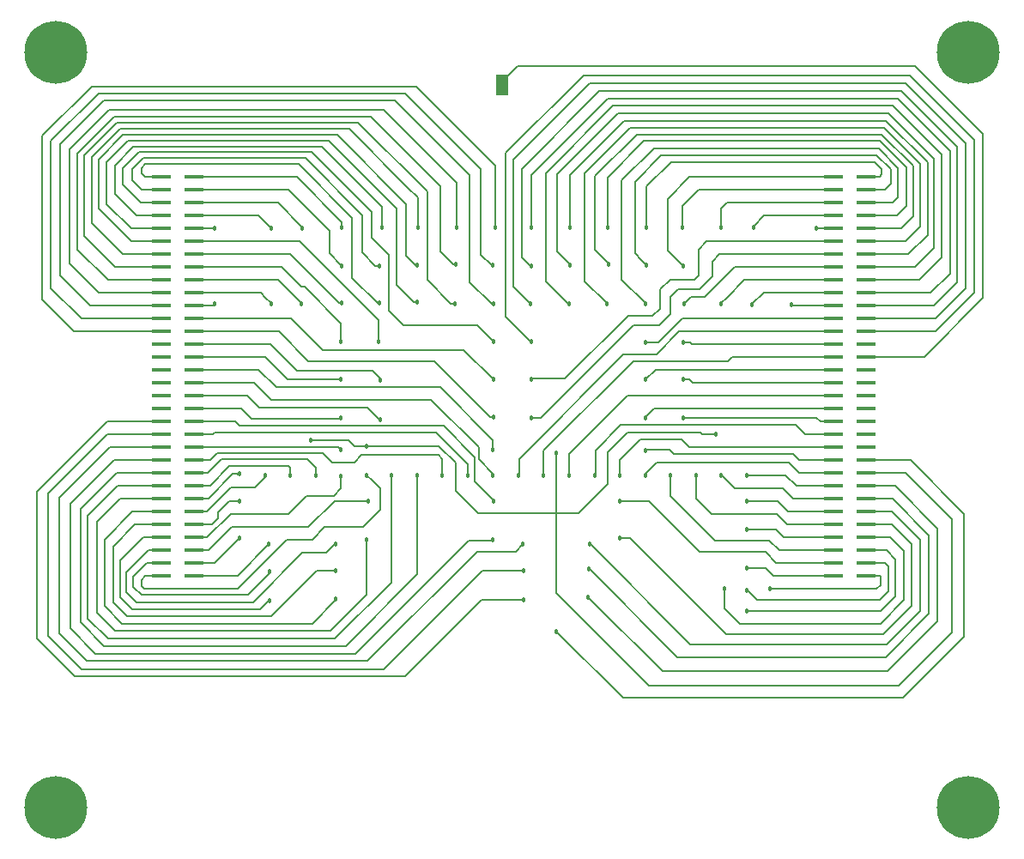
<source format=gbr>
G04 #@! TF.GenerationSoftware,KiCad,Pcbnew,5.1.9-73d0e3b20d~88~ubuntu20.04.1*
G04 #@! TF.CreationDate,2021-03-12T10:58:17-08:00*
G04 #@! TF.ProjectId,PD_ElectrodeBoard_v6,50445f45-6c65-4637-9472-6f6465426f61,4.1*
G04 #@! TF.SameCoordinates,Original*
G04 #@! TF.FileFunction,Copper,L2,Bot*
G04 #@! TF.FilePolarity,Positive*
%FSLAX46Y46*%
G04 Gerber Fmt 4.6, Leading zero omitted, Abs format (unit mm)*
G04 Created by KiCad (PCBNEW 5.1.9-73d0e3b20d~88~ubuntu20.04.1) date 2021-03-12 10:58:17*
%MOMM*%
%LPD*%
G01*
G04 APERTURE LIST*
G04 #@! TA.AperFunction,SMDPad,CuDef*
%ADD10R,1.200000X2.000000*%
G04 #@! TD*
G04 #@! TA.AperFunction,SMDPad,CuDef*
%ADD11R,1.854200X0.457200*%
G04 #@! TD*
G04 #@! TA.AperFunction,ComponentPad*
%ADD12C,6.200000*%
G04 #@! TD*
G04 #@! TA.AperFunction,ViaPad*
%ADD13C,0.457200*%
G04 #@! TD*
G04 #@! TA.AperFunction,Conductor*
%ADD14C,0.150000*%
G04 #@! TD*
G04 APERTURE END LIST*
D10*
X199000000Y-58250000D03*
D11*
X234887500Y-67315000D03*
X231712500Y-67315000D03*
X234887500Y-68585000D03*
X231712500Y-68585000D03*
X234887500Y-69855000D03*
X231712500Y-69855000D03*
X234887500Y-71125000D03*
X231712500Y-71125000D03*
X234887500Y-72395000D03*
X231712500Y-72395000D03*
X234887500Y-73665000D03*
X231712500Y-73665000D03*
X234887500Y-74935000D03*
X231712500Y-74935000D03*
X234887500Y-76205000D03*
X231712500Y-76205000D03*
X234887500Y-77475000D03*
X231712500Y-77475000D03*
X234887500Y-78745000D03*
X231712500Y-78745000D03*
X234887500Y-80015000D03*
X231712500Y-80015000D03*
X234887500Y-81285000D03*
X231712500Y-81285000D03*
X234887500Y-82555000D03*
X231712500Y-82555000D03*
X234887500Y-83825000D03*
X231712500Y-83825000D03*
X234887500Y-85095000D03*
X231712500Y-85095000D03*
X234887500Y-86365000D03*
X231712500Y-86365000D03*
X234887500Y-87635000D03*
X231712500Y-87635000D03*
X234887500Y-88905000D03*
X231712500Y-88905000D03*
X234887500Y-90175000D03*
X231712500Y-90175000D03*
X234887500Y-91445000D03*
X231712500Y-91445000D03*
X234887500Y-92715000D03*
X231712500Y-92715000D03*
X234887500Y-93985000D03*
X231712500Y-93985000D03*
X234887500Y-95255000D03*
X231712500Y-95255000D03*
X234887500Y-96525000D03*
X231712500Y-96525000D03*
X234887500Y-97795000D03*
X231712500Y-97795000D03*
X234887500Y-99065000D03*
X231712500Y-99065000D03*
X234887500Y-100335000D03*
X231712500Y-100335000D03*
X234887500Y-101605000D03*
X231712500Y-101605000D03*
X234887500Y-102875000D03*
X231712500Y-102875000D03*
X234887500Y-104145000D03*
X231712500Y-104145000D03*
X234887500Y-105415000D03*
X231712500Y-105415000D03*
X234887500Y-106685000D03*
X231712500Y-106685000D03*
X168587500Y-67315000D03*
X165412500Y-67315000D03*
X168587500Y-68585000D03*
X165412500Y-68585000D03*
X168587500Y-69855000D03*
X165412500Y-69855000D03*
X168587500Y-71125000D03*
X165412500Y-71125000D03*
X168587500Y-72395000D03*
X165412500Y-72395000D03*
X168587500Y-73665000D03*
X165412500Y-73665000D03*
X168587500Y-74935000D03*
X165412500Y-74935000D03*
X168587500Y-76205000D03*
X165412500Y-76205000D03*
X168587500Y-77475000D03*
X165412500Y-77475000D03*
X168587500Y-78745000D03*
X165412500Y-78745000D03*
X168587500Y-80015000D03*
X165412500Y-80015000D03*
X168587500Y-81285000D03*
X165412500Y-81285000D03*
X168587500Y-82555000D03*
X165412500Y-82555000D03*
X168587500Y-83825000D03*
X165412500Y-83825000D03*
X168587500Y-85095000D03*
X165412500Y-85095000D03*
X168587500Y-86365000D03*
X165412500Y-86365000D03*
X168587500Y-87635000D03*
X165412500Y-87635000D03*
X168587500Y-88905000D03*
X165412500Y-88905000D03*
X168587500Y-90175000D03*
X165412500Y-90175000D03*
X168587500Y-91445000D03*
X165412500Y-91445000D03*
X168587500Y-92715000D03*
X165412500Y-92715000D03*
X168587500Y-93985000D03*
X165412500Y-93985000D03*
X168587500Y-95255000D03*
X165412500Y-95255000D03*
X168587500Y-96525000D03*
X165412500Y-96525000D03*
X168587500Y-97795000D03*
X165412500Y-97795000D03*
X168587500Y-99065000D03*
X165412500Y-99065000D03*
X168587500Y-100335000D03*
X165412500Y-100335000D03*
X168587500Y-101605000D03*
X165412500Y-101605000D03*
X168587500Y-102875000D03*
X165412500Y-102875000D03*
X168587500Y-104145000D03*
X165412500Y-104145000D03*
X168587500Y-105415000D03*
X165412500Y-105415000D03*
X168587500Y-106685000D03*
X165412500Y-106685000D03*
D12*
X245000000Y-129500000D03*
X155000000Y-129500000D03*
X245000000Y-55000000D03*
X155000000Y-55000000D03*
D13*
X183080000Y-87330000D03*
X186980000Y-87380000D03*
X198180000Y-91030000D03*
X198180000Y-87330000D03*
X225430000Y-107980000D03*
X223130000Y-105880000D03*
X223130000Y-108080000D03*
X210630000Y-99280000D03*
X223130000Y-110180000D03*
X215630000Y-96780000D03*
X220930000Y-107980000D03*
X223130000Y-102080000D03*
X210630000Y-102980000D03*
X218130000Y-96730000D03*
X207680000Y-103580000D03*
X223180000Y-99280000D03*
X207580000Y-105980000D03*
X220630000Y-96780000D03*
X207530000Y-108780000D03*
X223180000Y-96780000D03*
X220100000Y-92700000D03*
X180130000Y-93280000D03*
X185680000Y-93880000D03*
X204380000Y-94580000D03*
X213130000Y-96780000D03*
X204400000Y-112150000D03*
X213130000Y-94280000D03*
X210630000Y-96780000D03*
X208130000Y-96780000D03*
X216880000Y-91130000D03*
X213130000Y-91080000D03*
X205630000Y-96780000D03*
X216880000Y-87330000D03*
X213130000Y-87330000D03*
X203130000Y-96780000D03*
X216880000Y-83630000D03*
X201880000Y-83530000D03*
X200630000Y-96780000D03*
X201830000Y-79880000D03*
X213130000Y-83630000D03*
X201880000Y-76080000D03*
X227530000Y-79930000D03*
X201930000Y-72280000D03*
X223680000Y-79930000D03*
X205630000Y-79830000D03*
X220630000Y-79830000D03*
X205680000Y-76030000D03*
X216980000Y-79880000D03*
X205730000Y-72280000D03*
X201880000Y-91130000D03*
X209330000Y-79830000D03*
X201880000Y-87280000D03*
X209530000Y-75980000D03*
X230030000Y-72380000D03*
X209430000Y-72280000D03*
X223830000Y-72280000D03*
X213130000Y-79830000D03*
X220630000Y-72280000D03*
X213280000Y-76030000D03*
X216830000Y-72280000D03*
X213230000Y-72280000D03*
X216930000Y-76130000D03*
X175980000Y-103580000D03*
X185630000Y-96730000D03*
X173130000Y-102980000D03*
X176080000Y-106280000D03*
X185780000Y-99280000D03*
X182630000Y-103580000D03*
X183130000Y-96830000D03*
X176080000Y-109130000D03*
X173130000Y-99330000D03*
X182630000Y-106180000D03*
X175630000Y-96730000D03*
X182630000Y-108980000D03*
X173080000Y-96630000D03*
X185630000Y-103080000D03*
X178080000Y-96730000D03*
X188130000Y-96730000D03*
X180630000Y-96780000D03*
X190630000Y-96780000D03*
X193130000Y-96730000D03*
X198130000Y-103080000D03*
X183130000Y-94230000D03*
X201080000Y-103580000D03*
X195630000Y-96730000D03*
X201180000Y-106130000D03*
X198180000Y-99280000D03*
X201180000Y-109080000D03*
X183130000Y-91080000D03*
X186980000Y-91230000D03*
X198130000Y-96730000D03*
X198130000Y-94230000D03*
X198330000Y-72280000D03*
X198130000Y-76030000D03*
X170630000Y-79880000D03*
X198180000Y-79830000D03*
X176230000Y-79880000D03*
X194530000Y-72280000D03*
X179230000Y-79880000D03*
X194430000Y-75980000D03*
X183080000Y-83580000D03*
X194330000Y-79830000D03*
X183180000Y-79780000D03*
X190730000Y-72280000D03*
X186830000Y-83580000D03*
X190630000Y-76030000D03*
X170630000Y-72380000D03*
X190680000Y-79680000D03*
X176230000Y-72380000D03*
X187130000Y-72280000D03*
X179330000Y-72380000D03*
X198180000Y-83530000D03*
X183230000Y-76080000D03*
X186930000Y-76080000D03*
X183230000Y-72280000D03*
X186880000Y-79780000D03*
D14*
X183030000Y-87280000D02*
X183080000Y-87330000D01*
X177830000Y-87280000D02*
X183030000Y-87280000D01*
X175645000Y-85095000D02*
X177830000Y-87280000D01*
X168587500Y-85095000D02*
X175645000Y-85095000D01*
X186980000Y-87230000D02*
X186980000Y-87380000D01*
X186230000Y-86480000D02*
X186980000Y-87230000D01*
X178830000Y-86480000D02*
X186230000Y-86480000D01*
X176175000Y-83825000D02*
X178830000Y-86480000D01*
X168587500Y-83825000D02*
X176175000Y-83825000D01*
X168587500Y-82555000D02*
X177005000Y-82555000D01*
X177005000Y-82555000D02*
X179930000Y-85480000D01*
X179930000Y-85480000D02*
X189930000Y-85480000D01*
X189930000Y-85480000D02*
X190130000Y-85480000D01*
X197880000Y-91030000D02*
X198180000Y-91030000D01*
X192330000Y-85480000D02*
X197880000Y-91030000D01*
X189930000Y-85480000D02*
X192330000Y-85480000D01*
X195230000Y-84380000D02*
X198180000Y-87330000D01*
X181330000Y-84380000D02*
X195230000Y-84380000D01*
X178235000Y-81285000D02*
X181330000Y-84380000D01*
X168587500Y-81285000D02*
X178235000Y-81285000D01*
X234887500Y-106685000D02*
X236285000Y-106685000D01*
X236285000Y-106685000D02*
X236380000Y-106780000D01*
X236380000Y-106780000D02*
X236380000Y-107580000D01*
X236380000Y-107580000D02*
X235980000Y-107980000D01*
X235980000Y-107980000D02*
X226180000Y-107980000D01*
X226180000Y-107980000D02*
X225430000Y-107980000D01*
X231712500Y-106685000D02*
X225785000Y-106685000D01*
X225785000Y-106685000D02*
X224980000Y-105880000D01*
X224980000Y-105880000D02*
X223730000Y-105880000D01*
X223730000Y-105880000D02*
X223130000Y-105880000D01*
X223230000Y-108080000D02*
X223130000Y-108080000D01*
X224180000Y-109030000D02*
X223230000Y-108080000D01*
X237130000Y-108180000D02*
X236280000Y-109030000D01*
X237130000Y-105730000D02*
X237130000Y-108180000D01*
X236280000Y-109030000D02*
X224180000Y-109030000D01*
X236815000Y-105415000D02*
X237130000Y-105730000D01*
X234887500Y-105415000D02*
X236815000Y-105415000D01*
X231712500Y-105415000D02*
X226065000Y-105415000D01*
X226065000Y-105415000D02*
X224980000Y-104330000D01*
X224980000Y-104330000D02*
X218530000Y-104330000D01*
X218530000Y-104330000D02*
X213480000Y-99280000D01*
X213480000Y-99280000D02*
X211530000Y-99280000D01*
X211530000Y-99280000D02*
X210630000Y-99280000D01*
X234887500Y-104145000D02*
X236945000Y-104145000D01*
X236945000Y-104145000D02*
X237830000Y-105030000D01*
X237830000Y-105030000D02*
X237830000Y-108730000D01*
X237830000Y-108730000D02*
X236380000Y-110180000D01*
X236380000Y-110180000D02*
X224330000Y-110180000D01*
X224330000Y-110180000D02*
X223130000Y-110180000D01*
X231712500Y-104145000D02*
X226345000Y-104145000D01*
X226345000Y-104145000D02*
X225380000Y-103180000D01*
X225380000Y-103180000D02*
X219980000Y-103180000D01*
X219980000Y-103180000D02*
X215630000Y-98830000D01*
X215630000Y-98830000D02*
X215630000Y-97680000D01*
X215630000Y-97680000D02*
X215630000Y-96780000D01*
X234887500Y-102875000D02*
X237325000Y-102875000D01*
X237325000Y-102875000D02*
X238680000Y-104230000D01*
X238680000Y-104230000D02*
X238680000Y-109080000D01*
X238680000Y-109080000D02*
X236330000Y-111430000D01*
X236330000Y-111430000D02*
X222480000Y-111430000D01*
X222480000Y-111430000D02*
X220930000Y-109880000D01*
X220930000Y-109880000D02*
X220930000Y-108630000D01*
X220930000Y-108630000D02*
X220930000Y-107980000D01*
X231712500Y-102875000D02*
X226825000Y-102875000D01*
X226825000Y-102875000D02*
X226030000Y-102080000D01*
X226030000Y-102080000D02*
X224130000Y-102080000D01*
X224130000Y-102080000D02*
X223130000Y-102080000D01*
X234887500Y-101605000D02*
X237455000Y-101605000D01*
X237455000Y-101605000D02*
X239430000Y-103580000D01*
X239430000Y-103580000D02*
X239430000Y-109630000D01*
X239430000Y-109630000D02*
X236630000Y-112430000D01*
X236630000Y-112430000D02*
X221130000Y-112430000D01*
X221130000Y-112430000D02*
X211680000Y-102980000D01*
X211680000Y-102980000D02*
X211380000Y-102980000D01*
X211380000Y-102980000D02*
X210630000Y-102980000D01*
X231712500Y-101605000D02*
X227105000Y-101605000D01*
X227105000Y-101605000D02*
X226080000Y-100580000D01*
X226080000Y-100580000D02*
X219680000Y-100580000D01*
X219680000Y-100580000D02*
X218130000Y-99030000D01*
X218130000Y-99030000D02*
X218130000Y-97780000D01*
X218130000Y-97780000D02*
X218130000Y-96730000D01*
X207730000Y-103580000D02*
X207680000Y-103580000D01*
X217580000Y-113430000D02*
X207730000Y-103580000D01*
X236930000Y-113430000D02*
X217580000Y-113430000D01*
X240230000Y-110130000D02*
X236930000Y-113430000D01*
X240230000Y-103080000D02*
X240230000Y-110130000D01*
X237485000Y-100335000D02*
X240230000Y-103080000D01*
X234887500Y-100335000D02*
X237485000Y-100335000D01*
X223230000Y-99330000D02*
X223180000Y-99280000D01*
X226230000Y-99330000D02*
X223230000Y-99330000D01*
X227235000Y-100335000D02*
X226230000Y-99330000D01*
X231712500Y-100335000D02*
X227235000Y-100335000D01*
X207630000Y-105980000D02*
X207580000Y-105980000D01*
X216330000Y-114680000D02*
X207630000Y-105980000D01*
X236880000Y-114680000D02*
X216330000Y-114680000D01*
X241130000Y-110430000D02*
X236880000Y-114680000D01*
X241130000Y-102680000D02*
X241130000Y-110430000D01*
X237515000Y-99065000D02*
X241130000Y-102680000D01*
X234887500Y-99065000D02*
X237515000Y-99065000D01*
X220730000Y-96780000D02*
X220630000Y-96780000D01*
X226680000Y-98030000D02*
X221980000Y-98030000D01*
X221980000Y-98030000D02*
X220730000Y-96780000D01*
X227715000Y-99065000D02*
X226680000Y-98030000D01*
X231712500Y-99065000D02*
X227715000Y-99065000D01*
X234887500Y-97795000D02*
X237795000Y-97795000D01*
X237795000Y-97795000D02*
X241980000Y-101980000D01*
X241980000Y-101980000D02*
X241980000Y-111130000D01*
X241980000Y-111130000D02*
X237030000Y-116080000D01*
X237030000Y-116080000D02*
X214830000Y-116080000D01*
X214830000Y-116080000D02*
X207930000Y-109180000D01*
X207930000Y-109180000D02*
X207530000Y-108780000D01*
X226980000Y-96730000D02*
X223230000Y-96730000D01*
X228045000Y-97795000D02*
X226980000Y-96730000D01*
X223230000Y-96730000D02*
X223180000Y-96780000D01*
X231712500Y-97795000D02*
X228045000Y-97795000D01*
X180130000Y-93280000D02*
X183830000Y-93280000D01*
X183830000Y-93280000D02*
X184430000Y-93880000D01*
X184430000Y-93880000D02*
X185680000Y-93880000D01*
X220100000Y-92700000D02*
X218750000Y-92700000D01*
X218750000Y-92700000D02*
X218600000Y-92550000D01*
X218600000Y-92550000D02*
X211400000Y-92550000D01*
X211400000Y-92550000D02*
X209450000Y-94500000D01*
X209450000Y-94500000D02*
X209450000Y-97650000D01*
X209450000Y-97650000D02*
X206600000Y-100500000D01*
X206600000Y-100500000D02*
X204450000Y-100500000D01*
X204300000Y-100500000D02*
X204450000Y-100500000D01*
X194430000Y-98280000D02*
X196650000Y-100500000D01*
X196650000Y-100500000D02*
X204300000Y-100500000D01*
X194430000Y-95530000D02*
X194430000Y-98280000D01*
X192780000Y-93880000D02*
X194430000Y-95530000D01*
X185680000Y-93880000D02*
X192780000Y-93880000D01*
X238800000Y-96550000D02*
X234850000Y-96550000D01*
X243350000Y-101100000D02*
X238800000Y-96550000D01*
X243350000Y-112300000D02*
X243350000Y-101100000D01*
X238150000Y-117500000D02*
X243350000Y-112300000D01*
X213500000Y-117500000D02*
X238150000Y-117500000D01*
X204400000Y-108400000D02*
X213500000Y-117500000D01*
X204400000Y-100500000D02*
X204400000Y-108400000D01*
X204380000Y-99130000D02*
X204380000Y-94580000D01*
X204380000Y-100480000D02*
X204380000Y-99130000D01*
X204400000Y-100500000D02*
X204380000Y-100480000D01*
X213130000Y-96630000D02*
X213130000Y-96780000D01*
X214280000Y-95480000D02*
X213130000Y-96630000D01*
X227280000Y-95480000D02*
X214280000Y-95480000D01*
X228325000Y-96525000D02*
X227280000Y-95480000D01*
X231712500Y-96525000D02*
X228325000Y-96525000D01*
X234887500Y-95255000D02*
X239305000Y-95255000D01*
X239305000Y-95255000D02*
X244600000Y-100550000D01*
X244600000Y-100550000D02*
X244600000Y-112700000D01*
X244600000Y-112700000D02*
X238600000Y-118700000D01*
X238600000Y-118700000D02*
X210950000Y-118700000D01*
X210950000Y-118700000D02*
X204400000Y-112150000D01*
X213180000Y-94230000D02*
X213130000Y-94280000D01*
X215530000Y-94230000D02*
X213180000Y-94230000D01*
X215930000Y-94630000D02*
X215530000Y-94230000D01*
X227730000Y-94630000D02*
X215930000Y-94630000D01*
X228355000Y-95255000D02*
X227730000Y-94630000D01*
X231712500Y-95255000D02*
X228355000Y-95255000D01*
X210630000Y-95270000D02*
X210630000Y-95880000D01*
X212670000Y-93230000D02*
X210630000Y-95270000D01*
X216730000Y-93230000D02*
X212670000Y-93230000D01*
X217485000Y-93985000D02*
X216730000Y-93230000D01*
X231712500Y-93985000D02*
X217485000Y-93985000D01*
X210630000Y-95880000D02*
X210630000Y-96780000D01*
X208230000Y-96680000D02*
X208130000Y-96780000D01*
X228000000Y-91800000D02*
X210710000Y-91800000D01*
X228930000Y-92730000D02*
X228000000Y-91800000D01*
X208230000Y-94280000D02*
X208230000Y-96680000D01*
X210710000Y-91800000D02*
X208230000Y-94280000D01*
X231697500Y-92730000D02*
X228930000Y-92730000D01*
X231712500Y-92715000D02*
X231697500Y-92730000D01*
X230050000Y-91100000D02*
X216910000Y-91100000D01*
X230395000Y-91445000D02*
X230050000Y-91100000D01*
X216910000Y-91100000D02*
X216880000Y-91130000D01*
X231712500Y-91445000D02*
X230395000Y-91445000D01*
X213130000Y-91030000D02*
X213130000Y-91080000D01*
X213985000Y-90175000D02*
X213130000Y-91030000D01*
X231712500Y-90175000D02*
X213985000Y-90175000D01*
X205630000Y-94680000D02*
X205630000Y-95980000D01*
X211405000Y-88905000D02*
X205630000Y-94680000D01*
X231712500Y-88905000D02*
X211405000Y-88905000D01*
X205630000Y-95980000D02*
X205630000Y-96780000D01*
X231712500Y-87635000D02*
X217785000Y-87635000D01*
X217785000Y-87635000D02*
X217480000Y-87330000D01*
X217480000Y-87330000D02*
X216880000Y-87330000D01*
X213180000Y-87330000D02*
X213130000Y-87330000D01*
X214145000Y-86365000D02*
X213180000Y-87330000D01*
X231712500Y-86365000D02*
X214145000Y-86365000D01*
X234887500Y-85095000D02*
X240665000Y-85095000D01*
X240665000Y-85095000D02*
X246480000Y-79280000D01*
X246480000Y-79280000D02*
X246480000Y-63080000D01*
X246480000Y-63080000D02*
X239780000Y-56380000D01*
X239780000Y-56380000D02*
X225680000Y-56380000D01*
X225680000Y-56380000D02*
X200570000Y-56380000D01*
X200570000Y-56380000D02*
X199050000Y-57900000D01*
X199050000Y-57900000D02*
X199050000Y-58300000D01*
X203130000Y-94330000D02*
X203130000Y-95380000D01*
X211980000Y-85480000D02*
X203130000Y-94330000D01*
X221330000Y-85480000D02*
X211980000Y-85480000D01*
X221715000Y-85095000D02*
X221330000Y-85480000D01*
X231712500Y-85095000D02*
X221715000Y-85095000D01*
X203130000Y-95380000D02*
X203130000Y-96780000D01*
X231712500Y-83825000D02*
X217725000Y-83825000D01*
X217725000Y-83825000D02*
X217530000Y-83630000D01*
X217530000Y-83630000D02*
X216880000Y-83630000D01*
X201830000Y-83530000D02*
X201880000Y-83530000D01*
X207030000Y-57280000D02*
X199380000Y-64930000D01*
X239230000Y-57280000D02*
X207030000Y-57280000D01*
X245630000Y-63680000D02*
X239230000Y-57280000D01*
X245630000Y-78730000D02*
X245630000Y-63680000D01*
X199380000Y-81080000D02*
X201830000Y-83530000D01*
X241805000Y-82555000D02*
X245630000Y-78730000D01*
X199380000Y-64930000D02*
X199380000Y-81080000D01*
X234887500Y-82555000D02*
X241805000Y-82555000D01*
X200680000Y-96730000D02*
X200630000Y-96780000D01*
X210980000Y-84830000D02*
X200680000Y-95130000D01*
X214230000Y-84830000D02*
X210980000Y-84830000D01*
X216505000Y-82555000D02*
X214230000Y-84830000D01*
X200680000Y-95130000D02*
X200680000Y-96730000D01*
X231712500Y-82555000D02*
X216505000Y-82555000D01*
X201230000Y-79280000D02*
X201830000Y-79880000D01*
X200130000Y-78180000D02*
X201230000Y-79280000D01*
X200130000Y-65630000D02*
X200130000Y-78180000D01*
X238830000Y-58080000D02*
X207680000Y-58080000D01*
X244730000Y-78330000D02*
X244730000Y-63980000D01*
X207680000Y-58080000D02*
X200130000Y-65630000D01*
X241775000Y-81285000D02*
X244730000Y-78330000D01*
X244730000Y-63980000D02*
X238830000Y-58080000D01*
X234887500Y-81285000D02*
X241775000Y-81285000D01*
X231712500Y-81285000D02*
X216775000Y-81285000D01*
X216775000Y-81285000D02*
X214430000Y-83630000D01*
X214430000Y-83630000D02*
X213880000Y-83630000D01*
X213880000Y-83630000D02*
X213130000Y-83630000D01*
X201830000Y-76080000D02*
X201880000Y-76080000D01*
X200980000Y-66530000D02*
X200980000Y-75230000D01*
X208630000Y-58880000D02*
X200980000Y-66530000D01*
X200980000Y-75230000D02*
X201830000Y-76080000D01*
X238430000Y-58880000D02*
X208630000Y-58880000D01*
X243880000Y-64330000D02*
X238430000Y-58880000D01*
X243880000Y-77730000D02*
X243880000Y-64330000D01*
X241595000Y-80015000D02*
X243880000Y-77730000D01*
X234887500Y-80015000D02*
X241595000Y-80015000D01*
X227615000Y-80015000D02*
X227530000Y-79930000D01*
X231712500Y-80015000D02*
X227615000Y-80015000D01*
X201930000Y-67180000D02*
X201930000Y-71330000D01*
X209480000Y-59630000D02*
X201930000Y-67180000D01*
X238030000Y-59630000D02*
X209480000Y-59630000D01*
X241315000Y-78745000D02*
X243180000Y-76880000D01*
X243180000Y-64780000D02*
X238030000Y-59630000D01*
X243180000Y-76880000D02*
X243180000Y-64780000D01*
X234887500Y-78745000D02*
X241315000Y-78745000D01*
X201930000Y-71330000D02*
X201930000Y-72280000D01*
X223680000Y-79880000D02*
X223680000Y-79930000D01*
X224815000Y-78745000D02*
X223680000Y-79880000D01*
X231712500Y-78745000D02*
X224815000Y-78745000D01*
X205530000Y-79830000D02*
X205630000Y-79830000D01*
X203330000Y-77630000D02*
X205530000Y-79830000D01*
X209980000Y-60280000D02*
X203330000Y-66930000D01*
X237530000Y-60280000D02*
X209980000Y-60280000D01*
X203330000Y-66930000D02*
X203330000Y-77630000D01*
X242380000Y-65130000D02*
X237530000Y-60280000D01*
X242380000Y-75230000D02*
X242380000Y-65130000D01*
X240135000Y-77475000D02*
X242380000Y-75230000D01*
X234887500Y-77475000D02*
X240135000Y-77475000D01*
X231712500Y-77475000D02*
X222935000Y-77475000D01*
X220630000Y-79780000D02*
X220630000Y-79830000D01*
X221185000Y-79225000D02*
X220630000Y-79780000D01*
X222935000Y-77475000D02*
X221185000Y-79225000D01*
X221185000Y-79225000D02*
X221130000Y-79280000D01*
X205680000Y-75930000D02*
X205680000Y-76030000D01*
X204430000Y-74680000D02*
X205680000Y-75930000D01*
X210430000Y-61030000D02*
X204430000Y-67030000D01*
X237130000Y-61030000D02*
X210430000Y-61030000D01*
X204430000Y-67030000D02*
X204430000Y-74680000D01*
X241630000Y-65530000D02*
X237130000Y-61030000D01*
X241630000Y-74330000D02*
X241630000Y-65530000D01*
X239755000Y-76205000D02*
X241630000Y-74330000D01*
X234887500Y-76205000D02*
X239755000Y-76205000D01*
X217630000Y-79180000D02*
X216980000Y-79830000D01*
X218980000Y-79180000D02*
X217630000Y-79180000D01*
X216980000Y-79830000D02*
X216980000Y-79880000D01*
X221955000Y-76205000D02*
X218980000Y-79180000D01*
X231712500Y-76205000D02*
X221955000Y-76205000D01*
X205730000Y-67130000D02*
X205730000Y-71180000D01*
X211080000Y-61780000D02*
X205730000Y-67130000D01*
X236880000Y-61780000D02*
X211080000Y-61780000D01*
X240980000Y-65880000D02*
X236880000Y-61780000D01*
X239075000Y-74935000D02*
X240980000Y-73030000D01*
X240980000Y-73030000D02*
X240980000Y-65880000D01*
X234887500Y-74935000D02*
X239075000Y-74935000D01*
X205730000Y-71180000D02*
X205730000Y-72280000D01*
X231712500Y-74935000D02*
X220475000Y-74935000D01*
X220475000Y-74935000D02*
X219730000Y-75680000D01*
X219730000Y-75680000D02*
X219730000Y-77130000D01*
X219730000Y-77130000D02*
X218480000Y-78380000D01*
X218480000Y-78380000D02*
X216380000Y-78380000D01*
X216380000Y-78380000D02*
X215580000Y-79180000D01*
X215580000Y-79180000D02*
X215580000Y-80830000D01*
X215580000Y-80830000D02*
X214480000Y-81930000D01*
X214480000Y-81930000D02*
X211980000Y-81930000D01*
X211980000Y-81930000D02*
X202830000Y-91080000D01*
X202830000Y-91080000D02*
X202730000Y-91080000D01*
X201930000Y-91080000D02*
X201880000Y-91130000D01*
X202830000Y-91080000D02*
X201930000Y-91080000D01*
X209330000Y-79780000D02*
X209330000Y-79830000D01*
X207180000Y-77630000D02*
X209330000Y-79780000D01*
X207180000Y-66980000D02*
X207180000Y-77630000D01*
X211680000Y-62480000D02*
X207180000Y-66980000D01*
X236730000Y-62480000D02*
X211680000Y-62480000D01*
X240280000Y-72180000D02*
X240280000Y-66030000D01*
X238795000Y-73665000D02*
X240280000Y-72180000D01*
X240280000Y-66030000D02*
X236730000Y-62480000D01*
X234887500Y-73665000D02*
X238795000Y-73665000D01*
X231712500Y-73665000D02*
X219195000Y-73665000D01*
X219195000Y-73665000D02*
X218380000Y-74480000D01*
X218380000Y-74480000D02*
X218380000Y-77030000D01*
X218380000Y-77030000D02*
X217980000Y-77430000D01*
X217980000Y-77430000D02*
X215580000Y-77430000D01*
X215580000Y-77430000D02*
X214580000Y-78430000D01*
X214580000Y-78430000D02*
X214580000Y-80330000D01*
X214580000Y-80330000D02*
X213880000Y-81030000D01*
X213880000Y-81030000D02*
X211430000Y-81030000D01*
X211430000Y-81030000D02*
X205230000Y-87230000D01*
X202980000Y-87230000D02*
X201930000Y-87230000D01*
X205230000Y-87230000D02*
X202980000Y-87230000D01*
X201930000Y-87230000D02*
X201880000Y-87280000D01*
X209530000Y-75880000D02*
X209530000Y-75980000D01*
X208180000Y-74530000D02*
X209530000Y-75880000D01*
X208180000Y-67230000D02*
X208180000Y-74530000D01*
X212280000Y-63130000D02*
X208180000Y-67230000D01*
X236480000Y-63130000D02*
X212280000Y-63130000D01*
X239580000Y-66230000D02*
X236480000Y-63130000D01*
X239580000Y-71180000D02*
X239580000Y-66230000D01*
X238365000Y-72395000D02*
X239580000Y-71180000D01*
X234887500Y-72395000D02*
X238365000Y-72395000D01*
X230045000Y-72395000D02*
X230030000Y-72380000D01*
X231712500Y-72395000D02*
X230045000Y-72395000D01*
X209430000Y-67380000D02*
X209430000Y-71380000D01*
X213030000Y-63780000D02*
X209430000Y-67380000D01*
X238880000Y-70180000D02*
X238880000Y-66380000D01*
X236280000Y-63780000D02*
X213030000Y-63780000D01*
X238880000Y-66380000D02*
X236280000Y-63780000D01*
X237935000Y-71125000D02*
X238880000Y-70180000D01*
X234887500Y-71125000D02*
X237935000Y-71125000D01*
X209430000Y-71380000D02*
X209430000Y-72280000D01*
X223830000Y-72180000D02*
X223830000Y-72280000D01*
X224885000Y-71125000D02*
X223830000Y-72180000D01*
X231712500Y-71125000D02*
X224885000Y-71125000D01*
X213130000Y-79730000D02*
X213130000Y-79830000D01*
X210830000Y-77430000D02*
X213130000Y-79730000D01*
X210830000Y-67680000D02*
X210830000Y-77430000D01*
X213980000Y-64530000D02*
X210830000Y-67680000D01*
X238080000Y-66430000D02*
X236180000Y-64530000D01*
X236180000Y-64530000D02*
X213980000Y-64530000D01*
X237555000Y-69855000D02*
X238080000Y-69330000D01*
X238080000Y-69330000D02*
X238080000Y-66430000D01*
X234887500Y-69855000D02*
X237555000Y-69855000D01*
X231712500Y-69855000D02*
X221205000Y-69855000D01*
X221205000Y-69855000D02*
X220630000Y-70430000D01*
X220630000Y-70430000D02*
X220630000Y-71280000D01*
X220630000Y-71280000D02*
X220630000Y-72280000D01*
X212130000Y-74880000D02*
X212730000Y-75480000D01*
X212130000Y-67780000D02*
X212130000Y-74880000D01*
X235980000Y-65180000D02*
X214730000Y-65180000D01*
X237380000Y-66580000D02*
X235980000Y-65180000D01*
X214730000Y-65180000D02*
X212130000Y-67780000D01*
X237380000Y-67980000D02*
X237380000Y-66580000D01*
X236775000Y-68585000D02*
X237380000Y-67980000D01*
X234887500Y-68585000D02*
X236775000Y-68585000D01*
X212730000Y-75480000D02*
X213280000Y-76030000D01*
X231712500Y-68585000D02*
X218425000Y-68585000D01*
X218425000Y-68585000D02*
X216830000Y-70180000D01*
X216830000Y-71160000D02*
X216830000Y-72280000D01*
X216830000Y-70180000D02*
X216830000Y-71160000D01*
X216830000Y-71160000D02*
X216830000Y-71280000D01*
X213230000Y-68280000D02*
X213230000Y-71080000D01*
X215680000Y-65830000D02*
X213230000Y-68280000D01*
X236480000Y-66530000D02*
X235780000Y-65830000D01*
X235780000Y-65830000D02*
X215680000Y-65830000D01*
X236480000Y-67080000D02*
X236480000Y-66530000D01*
X236245000Y-67315000D02*
X236480000Y-67080000D01*
X234887500Y-67315000D02*
X236245000Y-67315000D01*
X213230000Y-71080000D02*
X213230000Y-72280000D01*
X216880000Y-76130000D02*
X216930000Y-76130000D01*
X215330000Y-74580000D02*
X216880000Y-76130000D01*
X215330000Y-69480000D02*
X215330000Y-74580000D01*
X217495000Y-67315000D02*
X215330000Y-69480000D01*
X231712500Y-67315000D02*
X217495000Y-67315000D01*
X168587500Y-106685000D02*
X172925000Y-106685000D01*
X172925000Y-106685000D02*
X175980000Y-103580000D01*
X175980000Y-103580000D02*
X176030000Y-103580000D01*
X181530000Y-101880000D02*
X184430000Y-101880000D01*
X180280000Y-103130000D02*
X181530000Y-101880000D01*
X177780000Y-103130000D02*
X180280000Y-103130000D01*
X172930000Y-107980000D02*
X177780000Y-103130000D01*
X163730000Y-107980000D02*
X172930000Y-107980000D01*
X163430000Y-107680000D02*
X163730000Y-107980000D01*
X163430000Y-107080000D02*
X163430000Y-107680000D01*
X163825000Y-106685000D02*
X163430000Y-107080000D01*
X165412500Y-106685000D02*
X163825000Y-106685000D01*
X184430000Y-101880000D02*
X185330000Y-101880000D01*
X185330000Y-101880000D02*
X187030000Y-100180000D01*
X187030000Y-100180000D02*
X187030000Y-98080000D01*
X187030000Y-98080000D02*
X186230000Y-97280000D01*
X186230000Y-97280000D02*
X185680000Y-96730000D01*
X170695000Y-105415000D02*
X173130000Y-102980000D01*
X168587500Y-105415000D02*
X170695000Y-105415000D01*
X176080000Y-106430000D02*
X176080000Y-106280000D01*
X162630000Y-107780000D02*
X163430000Y-108580000D01*
X173930000Y-108580000D02*
X176080000Y-106430000D01*
X162630000Y-106780000D02*
X162630000Y-107780000D01*
X163995000Y-105415000D02*
X162630000Y-106780000D01*
X163430000Y-108580000D02*
X173930000Y-108580000D01*
X165412500Y-105415000D02*
X163995000Y-105415000D01*
X168587500Y-104145000D02*
X170065000Y-104145000D01*
X170065000Y-104145000D02*
X172330000Y-101880000D01*
X172330000Y-101880000D02*
X179930000Y-101880000D01*
X179930000Y-101880000D02*
X182530000Y-99280000D01*
X182530000Y-99280000D02*
X185780000Y-99280000D01*
X185780000Y-99280000D02*
X185630000Y-99280000D01*
X181680000Y-104430000D02*
X182530000Y-103580000D01*
X174430000Y-109280000D02*
X179280000Y-104430000D01*
X182530000Y-103580000D02*
X182630000Y-103580000D01*
X162930000Y-109280000D02*
X174430000Y-109280000D01*
X179280000Y-104430000D02*
X181680000Y-104430000D01*
X164165000Y-104145000D02*
X161930000Y-106380000D01*
X161930000Y-108280000D02*
X162930000Y-109280000D01*
X161930000Y-106380000D02*
X161930000Y-108280000D01*
X165412500Y-104145000D02*
X164165000Y-104145000D01*
X168587500Y-102875000D02*
X169935000Y-102875000D01*
X169935000Y-102875000D02*
X172230000Y-100580000D01*
X172230000Y-100580000D02*
X177930000Y-100580000D01*
X177930000Y-100580000D02*
X179730000Y-98780000D01*
X179730000Y-98780000D02*
X182430000Y-98780000D01*
X182430000Y-98780000D02*
X183130000Y-98080000D01*
X183130000Y-98080000D02*
X183130000Y-96830000D01*
X183130000Y-96830000D02*
X183130000Y-97080000D01*
X175980000Y-109130000D02*
X176080000Y-109130000D01*
X162530000Y-109980000D02*
X175130000Y-109980000D01*
X175130000Y-109980000D02*
X175980000Y-109130000D01*
X161330000Y-108780000D02*
X162530000Y-109980000D01*
X161330000Y-105180000D02*
X161330000Y-108780000D01*
X163635000Y-102875000D02*
X161330000Y-105180000D01*
X165412500Y-102875000D02*
X163635000Y-102875000D01*
X173130000Y-99330000D02*
X173030000Y-99280000D01*
X171030000Y-100380000D02*
X172096667Y-99313333D01*
X172096667Y-99313333D02*
X173113333Y-99313333D01*
X171030000Y-100980000D02*
X171030000Y-100380000D01*
X170405000Y-101605000D02*
X171030000Y-100980000D01*
X173113333Y-99313333D02*
X173130000Y-99330000D01*
X168587500Y-101605000D02*
X170405000Y-101605000D01*
X162030000Y-110680000D02*
X176230000Y-110680000D01*
X160630000Y-109280000D02*
X162030000Y-110680000D01*
X180730000Y-106180000D02*
X181630000Y-106180000D01*
X160630000Y-103780000D02*
X160630000Y-109280000D01*
X176230000Y-110680000D02*
X180730000Y-106180000D01*
X162805000Y-101605000D02*
X160630000Y-103780000D01*
X165412500Y-101605000D02*
X162805000Y-101605000D01*
X181630000Y-106180000D02*
X182630000Y-106180000D01*
X175630000Y-96980000D02*
X175630000Y-96730000D01*
X174630000Y-97980000D02*
X175630000Y-96980000D01*
X172230000Y-97980000D02*
X174630000Y-97980000D01*
X169875000Y-100335000D02*
X172230000Y-97980000D01*
X168587500Y-100335000D02*
X169875000Y-100335000D01*
X182630000Y-109030000D02*
X182630000Y-108980000D01*
X159830000Y-109680000D02*
X161530000Y-111380000D01*
X180280000Y-111380000D02*
X182630000Y-109030000D01*
X161530000Y-111380000D02*
X180280000Y-111380000D01*
X159830000Y-103080000D02*
X159830000Y-109680000D01*
X162575000Y-100335000D02*
X159830000Y-103080000D01*
X165412500Y-100335000D02*
X162575000Y-100335000D01*
X173080000Y-96630000D02*
X172930000Y-96680000D01*
X170045000Y-99065000D02*
X172480000Y-96630000D01*
X172480000Y-96630000D02*
X173080000Y-96630000D01*
X168587500Y-99065000D02*
X170045000Y-99065000D01*
X185630000Y-108580000D02*
X185630000Y-103680000D01*
X182130000Y-112080000D02*
X185630000Y-108580000D01*
X160830000Y-112080000D02*
X182130000Y-112080000D01*
X159030000Y-110280000D02*
X160830000Y-112080000D01*
X159030000Y-101380000D02*
X159030000Y-110280000D01*
X161345000Y-99065000D02*
X159030000Y-101380000D01*
X165412500Y-99065000D02*
X161345000Y-99065000D01*
X185630000Y-103680000D02*
X185630000Y-103080000D01*
X178080000Y-96030000D02*
X178080000Y-96730000D01*
X177930000Y-95880000D02*
X178080000Y-96030000D01*
X172130000Y-95880000D02*
X177930000Y-95880000D01*
X170215000Y-97795000D02*
X172130000Y-95880000D01*
X168587500Y-97795000D02*
X170215000Y-97795000D01*
X188080000Y-107330000D02*
X188080000Y-96780000D01*
X182530000Y-112880000D02*
X188080000Y-107330000D01*
X160130000Y-112880000D02*
X182530000Y-112880000D01*
X158130000Y-110880000D02*
X160130000Y-112880000D01*
X161115000Y-97795000D02*
X158130000Y-100780000D01*
X188080000Y-96780000D02*
X188130000Y-96730000D01*
X158130000Y-100780000D02*
X158130000Y-110880000D01*
X165412500Y-97795000D02*
X161115000Y-97795000D01*
X180630000Y-96030000D02*
X180630000Y-96780000D01*
X179800000Y-95200000D02*
X180630000Y-96030000D01*
X171310000Y-95200000D02*
X179800000Y-95200000D01*
X169985000Y-96525000D02*
X171310000Y-95200000D01*
X168587500Y-96525000D02*
X169985000Y-96525000D01*
X190630000Y-106530000D02*
X190630000Y-97530000D01*
X183580000Y-113580000D02*
X190630000Y-106530000D01*
X159730000Y-113580000D02*
X183580000Y-113580000D01*
X157430000Y-111280000D02*
X159730000Y-113580000D01*
X157430000Y-100080000D02*
X157430000Y-111280000D01*
X160985000Y-96525000D02*
X157430000Y-100080000D01*
X165412500Y-96525000D02*
X160985000Y-96525000D01*
X190630000Y-97530000D02*
X190630000Y-96780000D01*
X193130000Y-95180000D02*
X193130000Y-96730000D01*
X181330000Y-94580000D02*
X182230000Y-95480000D01*
X192730000Y-94780000D02*
X193130000Y-95180000D01*
X170930000Y-94580000D02*
X181330000Y-94580000D01*
X182230000Y-95480000D02*
X184480000Y-95480000D01*
X170255000Y-95255000D02*
X170930000Y-94580000D01*
X185180000Y-94780000D02*
X192730000Y-94780000D01*
X184480000Y-95480000D02*
X185180000Y-94780000D01*
X168587500Y-95255000D02*
X170255000Y-95255000D01*
X195730000Y-103180000D02*
X195780000Y-103180000D01*
X184530000Y-114380000D02*
X195730000Y-103180000D01*
X158930000Y-114380000D02*
X184530000Y-114380000D01*
X156430000Y-99580000D02*
X156430000Y-111880000D01*
X160755000Y-95255000D02*
X156430000Y-99580000D01*
X156430000Y-111880000D02*
X158930000Y-114380000D01*
X165412500Y-95255000D02*
X160755000Y-95255000D01*
X198030000Y-103180000D02*
X198130000Y-103080000D01*
X195730000Y-103180000D02*
X198030000Y-103180000D01*
X182930000Y-94030000D02*
X183130000Y-94230000D01*
X182885000Y-93985000D02*
X182930000Y-94030000D01*
X168587500Y-93985000D02*
X182885000Y-93985000D01*
X185730000Y-115080000D02*
X196530000Y-104280000D01*
X158030000Y-115080000D02*
X185730000Y-115080000D01*
X155330000Y-112380000D02*
X158030000Y-115080000D01*
X200380000Y-104280000D02*
X201080000Y-103580000D01*
X155330000Y-98980000D02*
X155330000Y-112380000D01*
X160325000Y-93985000D02*
X155330000Y-98980000D01*
X196530000Y-104280000D02*
X200380000Y-104280000D01*
X165412500Y-93985000D02*
X160325000Y-93985000D01*
X195630000Y-96730000D02*
X195630000Y-96480000D01*
X195630000Y-95680000D02*
X195630000Y-96730000D01*
X170650000Y-92580000D02*
X192530000Y-92580000D01*
X170515000Y-92715000D02*
X170650000Y-92580000D01*
X192530000Y-92580000D02*
X195630000Y-95680000D01*
X168587500Y-92715000D02*
X170515000Y-92715000D01*
X197080000Y-106130000D02*
X200530000Y-106130000D01*
X187330000Y-115880000D02*
X197080000Y-106130000D01*
X157530000Y-115880000D02*
X187330000Y-115880000D01*
X154230000Y-98580000D02*
X154230000Y-112580000D01*
X154230000Y-112580000D02*
X157530000Y-115880000D01*
X160095000Y-92715000D02*
X154230000Y-98580000D01*
X165412500Y-92715000D02*
X160095000Y-92715000D01*
X200530000Y-106130000D02*
X201180000Y-106130000D01*
X198180000Y-99230000D02*
X198180000Y-99280000D01*
X196330000Y-97380000D02*
X198180000Y-99230000D01*
X196330000Y-94980000D02*
X196330000Y-97380000D01*
X193230000Y-91880000D02*
X196330000Y-94980000D01*
X173130000Y-91880000D02*
X193230000Y-91880000D01*
X172695000Y-91445000D02*
X173130000Y-91880000D01*
X168587500Y-91445000D02*
X172695000Y-91445000D01*
X196980000Y-109080000D02*
X200680000Y-109080000D01*
X189480000Y-116580000D02*
X196980000Y-109080000D01*
X156830000Y-116580000D02*
X189480000Y-116580000D01*
X153130000Y-112880000D02*
X156830000Y-116580000D01*
X153130000Y-98380000D02*
X153130000Y-112880000D01*
X160065000Y-91445000D02*
X153130000Y-98380000D01*
X165412500Y-91445000D02*
X160065000Y-91445000D01*
X200680000Y-109080000D02*
X201180000Y-109080000D01*
X174330000Y-91180000D02*
X183030000Y-91180000D01*
X183030000Y-91180000D02*
X183130000Y-91080000D01*
X173325000Y-90175000D02*
X174330000Y-91180000D01*
X168587500Y-90175000D02*
X173325000Y-90175000D01*
X186880000Y-91230000D02*
X186980000Y-91230000D01*
X185730000Y-90080000D02*
X186880000Y-91230000D01*
X175030000Y-90080000D02*
X185730000Y-90080000D01*
X173855000Y-88905000D02*
X175030000Y-90080000D01*
X168587500Y-88905000D02*
X173855000Y-88905000D01*
X168587500Y-87635000D02*
X174585000Y-87635000D01*
X174585000Y-87635000D02*
X176230000Y-89280000D01*
X176230000Y-89280000D02*
X191030000Y-89280000D01*
X191030000Y-89280000D02*
X191130000Y-89280000D01*
X198130000Y-96580000D02*
X198130000Y-96730000D01*
X196730000Y-95180000D02*
X198130000Y-96580000D01*
X196730000Y-93980000D02*
X196730000Y-95180000D01*
X192030000Y-89280000D02*
X196730000Y-93980000D01*
X191030000Y-89280000D02*
X192030000Y-89280000D01*
X198130000Y-93780000D02*
X198130000Y-94230000D01*
X198130000Y-93280000D02*
X198130000Y-93780000D01*
X192930000Y-88080000D02*
X198130000Y-93280000D01*
X176730000Y-88080000D02*
X192930000Y-88080000D01*
X175015000Y-86365000D02*
X176730000Y-88080000D01*
X168587500Y-86365000D02*
X175015000Y-86365000D01*
X198330000Y-71080000D02*
X198330000Y-72280000D01*
X198330000Y-66180000D02*
X198330000Y-71080000D01*
X190530000Y-58380000D02*
X198330000Y-66180000D01*
X158530000Y-58380000D02*
X190530000Y-58380000D01*
X153630000Y-63280000D02*
X158530000Y-58380000D01*
X153630000Y-79380000D02*
X153630000Y-63280000D01*
X156805000Y-82555000D02*
X153630000Y-79380000D01*
X165412500Y-82555000D02*
X156805000Y-82555000D01*
X197980000Y-76030000D02*
X198130000Y-76030000D01*
X196930000Y-66580000D02*
X196930000Y-74980000D01*
X159230000Y-59080000D02*
X189430000Y-59080000D01*
X154530000Y-63780000D02*
X159230000Y-59080000D01*
X196930000Y-74980000D02*
X197980000Y-76030000D01*
X154530000Y-78280000D02*
X154530000Y-63780000D01*
X157535000Y-81285000D02*
X154530000Y-78280000D01*
X189430000Y-59080000D02*
X196930000Y-66580000D01*
X165412500Y-81285000D02*
X157535000Y-81285000D01*
X170495000Y-80015000D02*
X170630000Y-79880000D01*
X168587500Y-80015000D02*
X170495000Y-80015000D01*
X165412500Y-80015000D02*
X158365000Y-80015000D01*
X158365000Y-80015000D02*
X155430000Y-77080000D01*
X155430000Y-77080000D02*
X155430000Y-64080000D01*
X155430000Y-64080000D02*
X159730000Y-59780000D01*
X159730000Y-59780000D02*
X166630000Y-59780000D01*
X166630000Y-59780000D02*
X167030000Y-59780000D01*
X195830000Y-77680000D02*
X197980000Y-79830000D01*
X195830000Y-67180000D02*
X195830000Y-77680000D01*
X188430000Y-59780000D02*
X195830000Y-67180000D01*
X197980000Y-79830000D02*
X198180000Y-79830000D01*
X166630000Y-59780000D02*
X188430000Y-59780000D01*
X168587500Y-78745000D02*
X175195000Y-78745000D01*
X175680000Y-79230000D02*
X176230000Y-79780000D01*
X175195000Y-78745000D02*
X175680000Y-79230000D01*
X176230000Y-79780000D02*
X176230000Y-79880000D01*
X175680000Y-79230000D02*
X175730000Y-79280000D01*
X194530000Y-71280000D02*
X194530000Y-72280000D01*
X187330000Y-60680000D02*
X194530000Y-67880000D01*
X194530000Y-67880000D02*
X194530000Y-71280000D01*
X156330000Y-64580000D02*
X160230000Y-60680000D01*
X156330000Y-75880000D02*
X156330000Y-64580000D01*
X159195000Y-78745000D02*
X156330000Y-75880000D01*
X160230000Y-60680000D02*
X187330000Y-60680000D01*
X165412500Y-78745000D02*
X159195000Y-78745000D01*
X179230000Y-79780000D02*
X179230000Y-79880000D01*
X176925000Y-77475000D02*
X179230000Y-79780000D01*
X168587500Y-77475000D02*
X176925000Y-77475000D01*
X192930000Y-74680000D02*
X194230000Y-75980000D01*
X192930000Y-68280000D02*
X192930000Y-74680000D01*
X186030000Y-61380000D02*
X192930000Y-68280000D01*
X160730000Y-61380000D02*
X186030000Y-61380000D01*
X157130000Y-64980000D02*
X160730000Y-61380000D01*
X157130000Y-74480000D02*
X157130000Y-64980000D01*
X194230000Y-75980000D02*
X194430000Y-75980000D01*
X160125000Y-77475000D02*
X157130000Y-74480000D01*
X165412500Y-77475000D02*
X160125000Y-77475000D01*
X183130000Y-83530000D02*
X183080000Y-83580000D01*
X179530000Y-78180000D02*
X183130000Y-81780000D01*
X183130000Y-81780000D02*
X183130000Y-83530000D01*
X179230000Y-78180000D02*
X179530000Y-78180000D01*
X177255000Y-76205000D02*
X179230000Y-78180000D01*
X168587500Y-76205000D02*
X177255000Y-76205000D01*
X191630000Y-68780000D02*
X191630000Y-77480000D01*
X184830000Y-61980000D02*
X191630000Y-68780000D01*
X157830000Y-65180000D02*
X161030000Y-61980000D01*
X161030000Y-61980000D02*
X184830000Y-61980000D01*
X157830000Y-73180000D02*
X157830000Y-65180000D01*
X160855000Y-76205000D02*
X157830000Y-73180000D01*
X193980000Y-79830000D02*
X194330000Y-79830000D01*
X191630000Y-77480000D02*
X193980000Y-79830000D01*
X165412500Y-76205000D02*
X160855000Y-76205000D01*
X182930000Y-79780000D02*
X183180000Y-79780000D01*
X178085000Y-74935000D02*
X182930000Y-79780000D01*
X168587500Y-74935000D02*
X178085000Y-74935000D01*
X161330000Y-62580000D02*
X166430000Y-62580000D01*
X158530000Y-65380000D02*
X161330000Y-62580000D01*
X158530000Y-71880000D02*
X158530000Y-65380000D01*
X161585000Y-74935000D02*
X158530000Y-71880000D01*
X165412500Y-74935000D02*
X161585000Y-74935000D01*
X166430000Y-62580000D02*
X183930000Y-62580000D01*
X189730000Y-68380000D02*
X190730000Y-69380000D01*
X183930000Y-62580000D02*
X189730000Y-68380000D01*
X189730000Y-68380000D02*
X189830000Y-68480000D01*
X190730000Y-69380000D02*
X190730000Y-71080000D01*
X190730000Y-71080000D02*
X190730000Y-72280000D01*
X168587500Y-73665000D02*
X179015000Y-73665000D01*
X179015000Y-73665000D02*
X186830000Y-81480000D01*
X186830000Y-81480000D02*
X186830000Y-83180000D01*
X186830000Y-83180000D02*
X186830000Y-83580000D01*
X159230000Y-65580000D02*
X161630000Y-63180000D01*
X159230000Y-70480000D02*
X159230000Y-65580000D01*
X162415000Y-73665000D02*
X159230000Y-70480000D01*
X165412500Y-73665000D02*
X162415000Y-73665000D01*
X161630000Y-63180000D02*
X166330000Y-63180000D01*
X166330000Y-63180000D02*
X166530000Y-63180000D01*
X190480000Y-76030000D02*
X190630000Y-76030000D01*
X189530000Y-75080000D02*
X190480000Y-76030000D01*
X189530000Y-69980000D02*
X189530000Y-75080000D01*
X182730000Y-63180000D02*
X189530000Y-69980000D01*
X166330000Y-63180000D02*
X182730000Y-63180000D01*
X170615000Y-72395000D02*
X170630000Y-72380000D01*
X168587500Y-72395000D02*
X170615000Y-72395000D01*
X188630000Y-77980000D02*
X190230000Y-79580000D01*
X188630000Y-70480000D02*
X188630000Y-77980000D01*
X181930000Y-63780000D02*
X188630000Y-70480000D01*
X160030000Y-65880000D02*
X162130000Y-63780000D01*
X162130000Y-63780000D02*
X181930000Y-63780000D01*
X160030000Y-69980000D02*
X160030000Y-65880000D01*
X162445000Y-72395000D02*
X160030000Y-69980000D01*
X165412500Y-72395000D02*
X162445000Y-72395000D01*
X190330000Y-79680000D02*
X190680000Y-79680000D01*
X190230000Y-79580000D02*
X190330000Y-79680000D01*
X174975000Y-71125000D02*
X168587500Y-71125000D01*
X176230000Y-72380000D02*
X174975000Y-71125000D01*
X160830000Y-66180000D02*
X162630000Y-64380000D01*
X181230000Y-64380000D02*
X187130000Y-70280000D01*
X160830000Y-68980000D02*
X160830000Y-66180000D01*
X187130000Y-71230000D02*
X187130000Y-72280000D01*
X162630000Y-64380000D02*
X181230000Y-64380000D01*
X162975000Y-71125000D02*
X160830000Y-68980000D01*
X187130000Y-70280000D02*
X187130000Y-71230000D01*
X165412500Y-71125000D02*
X162975000Y-71125000D01*
X179330000Y-72280000D02*
X179330000Y-72380000D01*
X176905000Y-69855000D02*
X179330000Y-72280000D01*
X168587500Y-69855000D02*
X176905000Y-69855000D01*
X189290000Y-81940000D02*
X196590000Y-81940000D01*
X196590000Y-81940000D02*
X198180000Y-83530000D01*
X187830000Y-80480000D02*
X189290000Y-81940000D01*
X186130000Y-70780000D02*
X186130000Y-73280000D01*
X180230000Y-64880000D02*
X186130000Y-70780000D01*
X163230000Y-64880000D02*
X180230000Y-64880000D01*
X161630000Y-66480000D02*
X163230000Y-64880000D01*
X161630000Y-68080000D02*
X161630000Y-66480000D01*
X187830000Y-74980000D02*
X187830000Y-80480000D01*
X186130000Y-73280000D02*
X187830000Y-74980000D01*
X163405000Y-69855000D02*
X161630000Y-68080000D01*
X165412500Y-69855000D02*
X163405000Y-69855000D01*
X177935000Y-68585000D02*
X168587500Y-68585000D01*
X182030000Y-72680000D02*
X177935000Y-68585000D01*
X182030000Y-74880000D02*
X182030000Y-72680000D01*
X183230000Y-76080000D02*
X182030000Y-74880000D01*
X179630000Y-65480000D02*
X185230000Y-71080000D01*
X185230000Y-74780000D02*
X186530000Y-76080000D01*
X163630000Y-65480000D02*
X179630000Y-65480000D01*
X186530000Y-76080000D02*
X186930000Y-76080000D01*
X162530000Y-66580000D02*
X163630000Y-65480000D01*
X163435000Y-68585000D02*
X162530000Y-67680000D01*
X185230000Y-71080000D02*
X185230000Y-74780000D01*
X162530000Y-67680000D02*
X162530000Y-66580000D01*
X165412500Y-68585000D02*
X163435000Y-68585000D01*
X178765000Y-67315000D02*
X168587500Y-67315000D01*
X183230000Y-71780000D02*
X178765000Y-67315000D01*
X183230000Y-72280000D02*
X183230000Y-71780000D01*
X186730000Y-79780000D02*
X186880000Y-79780000D01*
X184230000Y-77280000D02*
X186730000Y-79780000D01*
X184230000Y-71380000D02*
X184230000Y-77280000D01*
X178930000Y-66080000D02*
X184230000Y-71380000D01*
X163430000Y-66480000D02*
X163830000Y-66080000D01*
X163830000Y-66080000D02*
X178930000Y-66080000D01*
X163430000Y-66980000D02*
X163430000Y-66480000D01*
X163765000Y-67315000D02*
X163430000Y-66980000D01*
X165412500Y-67315000D02*
X163765000Y-67315000D01*
M02*

</source>
